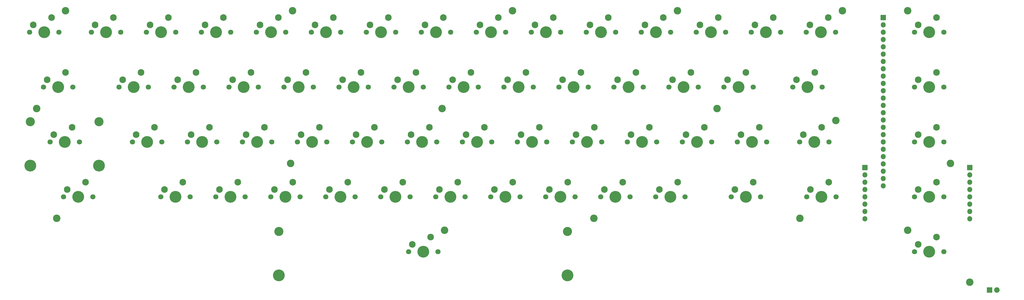
<source format=gbr>
G04 #@! TF.GenerationSoftware,KiCad,Pcbnew,(6.0.1)*
G04 #@! TF.CreationDate,2022-01-27T20:11:12+00:00*
G04 #@! TF.ProjectId,Project Helena,50726f6a-6563-4742-9048-656c656e612e,B*
G04 #@! TF.SameCoordinates,Original*
G04 #@! TF.FileFunction,Soldermask,Bot*
G04 #@! TF.FilePolarity,Negative*
%FSLAX46Y46*%
G04 Gerber Fmt 4.6, Leading zero omitted, Abs format (unit mm)*
G04 Created by KiCad (PCBNEW (6.0.1)) date 2022-01-27 20:11:12*
%MOMM*%
%LPD*%
G01*
G04 APERTURE LIST*
G04 Aperture macros list*
%AMRoundRect*
0 Rectangle with rounded corners*
0 $1 Rounding radius*
0 $2 $3 $4 $5 $6 $7 $8 $9 X,Y pos of 4 corners*
0 Add a 4 corners polygon primitive as box body*
4,1,4,$2,$3,$4,$5,$6,$7,$8,$9,$2,$3,0*
0 Add four circle primitives for the rounded corners*
1,1,$1+$1,$2,$3*
1,1,$1+$1,$4,$5*
1,1,$1+$1,$6,$7*
1,1,$1+$1,$8,$9*
0 Add four rect primitives between the rounded corners*
20,1,$1+$1,$2,$3,$4,$5,0*
20,1,$1+$1,$4,$5,$6,$7,0*
20,1,$1+$1,$6,$7,$8,$9,0*
20,1,$1+$1,$8,$9,$2,$3,0*%
G04 Aperture macros list end*
%ADD10C,2.602000*%
%ADD11C,1.802000*%
%ADD12C,4.102000*%
%ADD13C,2.302000*%
%ADD14C,3.152000*%
%ADD15RoundRect,0.051000X-0.850000X-0.850000X0.850000X-0.850000X0.850000X0.850000X-0.850000X0.850000X0*%
%ADD16O,1.802000X1.802000*%
%ADD17RoundRect,0.051000X-0.900000X-0.900000X0.900000X-0.900000X0.900000X0.900000X-0.900000X0.900000X0*%
%ADD18C,1.902000*%
G04 APERTURE END LIST*
D10*
X363960000Y-171865000D03*
X342460000Y-153865000D03*
X357310000Y-130615000D03*
X342460000Y-77665000D03*
D11*
X307340000Y-85090000D03*
X317500000Y-85090000D03*
D12*
X312420000Y-85090000D03*
D13*
X314960000Y-80010000D03*
X308610000Y-82550000D03*
D14*
X38519000Y-116190000D03*
D11*
X55499000Y-123190000D03*
D12*
X38519000Y-131430000D03*
X50419000Y-123190000D03*
D11*
X45339000Y-123190000D03*
D14*
X62319000Y-116190000D03*
D12*
X62319000Y-131430000D03*
D13*
X52959000Y-118110000D03*
X46609000Y-120650000D03*
D11*
X184150000Y-85090000D03*
X173990000Y-85090000D03*
D12*
X179070000Y-85090000D03*
D13*
X181610000Y-80010000D03*
X175260000Y-82550000D03*
D12*
X160020000Y-85090000D03*
D11*
X165100000Y-85090000D03*
X154940000Y-85090000D03*
D13*
X162560000Y-80010000D03*
X156210000Y-82550000D03*
D11*
X183515000Y-104140000D03*
X193675000Y-104140000D03*
D12*
X188595000Y-104140000D03*
D13*
X191135000Y-99060000D03*
X184785000Y-101600000D03*
D11*
X174625000Y-104140000D03*
X164465000Y-104140000D03*
D12*
X169545000Y-104140000D03*
D13*
X172085000Y-99060000D03*
X165735000Y-101600000D03*
D11*
X178943000Y-142240000D03*
X189103000Y-142240000D03*
D12*
X184023000Y-142240000D03*
D13*
X186563000Y-137160000D03*
X180213000Y-139700000D03*
D11*
X188214000Y-123190000D03*
D12*
X193294000Y-123190000D03*
D11*
X198374000Y-123190000D03*
D13*
X195834000Y-118110000D03*
X189484000Y-120650000D03*
D11*
X179324000Y-123190000D03*
X169164000Y-123190000D03*
D12*
X174244000Y-123190000D03*
D13*
X176784000Y-118110000D03*
X170434000Y-120650000D03*
D12*
X124625000Y-169530000D03*
X174625000Y-161290000D03*
D14*
X124625000Y-154290000D03*
X224625000Y-154290000D03*
D11*
X169545000Y-161290000D03*
X179705000Y-161290000D03*
D12*
X224625000Y-169530000D03*
D13*
X177165000Y-156210000D03*
X170815000Y-158750000D03*
D11*
X344805000Y-161290000D03*
X354965000Y-161290000D03*
D12*
X349885000Y-161290000D03*
D13*
X352425000Y-156210000D03*
X346075000Y-158750000D03*
D11*
X193040000Y-85090000D03*
D12*
X198120000Y-85090000D03*
D11*
X203200000Y-85090000D03*
D13*
X200660000Y-80010000D03*
X194310000Y-82550000D03*
D12*
X140970000Y-85090000D03*
D11*
X135890000Y-85090000D03*
X146050000Y-85090000D03*
D13*
X143510000Y-80010000D03*
X137160000Y-82550000D03*
D11*
X212725000Y-104140000D03*
X202565000Y-104140000D03*
D12*
X207645000Y-104140000D03*
D13*
X210185000Y-99060000D03*
X203835000Y-101600000D03*
D12*
X150495000Y-104140000D03*
D11*
X145415000Y-104140000D03*
X155575000Y-104140000D03*
D13*
X153035000Y-99060000D03*
X146685000Y-101600000D03*
D11*
X217424000Y-123190000D03*
X207264000Y-123190000D03*
D12*
X212344000Y-123190000D03*
D13*
X214884000Y-118110000D03*
X208534000Y-120650000D03*
D11*
X160274000Y-123190000D03*
D12*
X155194000Y-123190000D03*
D11*
X150114000Y-123190000D03*
D13*
X157734000Y-118110000D03*
X151384000Y-120650000D03*
D11*
X197993000Y-142240000D03*
X208153000Y-142240000D03*
D12*
X203073000Y-142240000D03*
D13*
X205613000Y-137160000D03*
X199263000Y-139700000D03*
D11*
X159893000Y-142240000D03*
D12*
X164973000Y-142240000D03*
D11*
X170053000Y-142240000D03*
D13*
X167513000Y-137160000D03*
X161163000Y-139700000D03*
D11*
X344805000Y-142240000D03*
D12*
X349885000Y-142240000D03*
D11*
X354965000Y-142240000D03*
D13*
X352425000Y-137160000D03*
X346075000Y-139700000D03*
D11*
X222250000Y-85090000D03*
X212090000Y-85090000D03*
D12*
X217170000Y-85090000D03*
D13*
X219710000Y-80010000D03*
X213360000Y-82550000D03*
D11*
X127000000Y-85090000D03*
D12*
X121920000Y-85090000D03*
D11*
X116840000Y-85090000D03*
D13*
X124460000Y-80010000D03*
X118110000Y-82550000D03*
D11*
X231775000Y-104140000D03*
X221615000Y-104140000D03*
D12*
X226695000Y-104140000D03*
D13*
X229235000Y-99060000D03*
X222885000Y-101600000D03*
D11*
X126365000Y-104140000D03*
D12*
X131445000Y-104140000D03*
D11*
X136525000Y-104140000D03*
D13*
X133985000Y-99060000D03*
X127635000Y-101600000D03*
D12*
X231394000Y-123190000D03*
D11*
X236474000Y-123190000D03*
X226314000Y-123190000D03*
D13*
X233934000Y-118110000D03*
X227584000Y-120650000D03*
D11*
X141224000Y-123190000D03*
X131064000Y-123190000D03*
D12*
X136144000Y-123190000D03*
D13*
X138684000Y-118110000D03*
X132334000Y-120650000D03*
D11*
X227203000Y-142240000D03*
D12*
X222123000Y-142240000D03*
D11*
X217043000Y-142240000D03*
D13*
X224663000Y-137160000D03*
X218313000Y-139700000D03*
D11*
X151003000Y-142240000D03*
D12*
X145923000Y-142240000D03*
D11*
X140843000Y-142240000D03*
D13*
X148463000Y-137160000D03*
X142113000Y-139700000D03*
D11*
X354965000Y-123190000D03*
X344805000Y-123190000D03*
D12*
X349885000Y-123190000D03*
D13*
X352425000Y-118110000D03*
X346075000Y-120650000D03*
D12*
X236220000Y-85090000D03*
D11*
X231140000Y-85090000D03*
X241300000Y-85090000D03*
D13*
X238760000Y-80010000D03*
X232410000Y-82550000D03*
D11*
X97790000Y-85090000D03*
D12*
X102870000Y-85090000D03*
D11*
X107950000Y-85090000D03*
D13*
X105410000Y-80010000D03*
X99060000Y-82550000D03*
D12*
X245745000Y-104140000D03*
D11*
X250825000Y-104140000D03*
X240665000Y-104140000D03*
D13*
X248285000Y-99060000D03*
X241935000Y-101600000D03*
D11*
X117475000Y-104140000D03*
X107315000Y-104140000D03*
D12*
X112395000Y-104140000D03*
D13*
X114935000Y-99060000D03*
X108585000Y-101600000D03*
D12*
X250444000Y-123190000D03*
D11*
X255524000Y-123190000D03*
X245364000Y-123190000D03*
D13*
X252984000Y-118110000D03*
X246634000Y-120650000D03*
D11*
X122174000Y-123190000D03*
X112014000Y-123190000D03*
D12*
X117094000Y-123190000D03*
D13*
X119634000Y-118110000D03*
X113284000Y-120650000D03*
D11*
X246253000Y-142240000D03*
D12*
X241173000Y-142240000D03*
D11*
X236093000Y-142240000D03*
D13*
X243713000Y-137160000D03*
X237363000Y-139700000D03*
D12*
X126873000Y-142240000D03*
D11*
X131953000Y-142240000D03*
X121793000Y-142240000D03*
D13*
X129413000Y-137160000D03*
X123063000Y-139700000D03*
D11*
X354965000Y-104140000D03*
X344805000Y-104140000D03*
D12*
X349885000Y-104140000D03*
D13*
X352425000Y-99060000D03*
X346075000Y-101600000D03*
D12*
X255270000Y-85090000D03*
D11*
X260350000Y-85090000D03*
X250190000Y-85090000D03*
D13*
X257810000Y-80010000D03*
X251460000Y-82550000D03*
D12*
X83820000Y-85090000D03*
D11*
X88900000Y-85090000D03*
X78740000Y-85090000D03*
D13*
X86360000Y-80010000D03*
X80010000Y-82550000D03*
D11*
X269875000Y-104140000D03*
D12*
X264795000Y-104140000D03*
D11*
X259715000Y-104140000D03*
D13*
X267335000Y-99060000D03*
X260985000Y-101600000D03*
D11*
X98425000Y-104140000D03*
D12*
X93345000Y-104140000D03*
D11*
X88265000Y-104140000D03*
D13*
X95885000Y-99060000D03*
X89535000Y-101600000D03*
D12*
X269494000Y-123190000D03*
D11*
X264414000Y-123190000D03*
X274574000Y-123190000D03*
D13*
X272034000Y-118110000D03*
X265684000Y-120650000D03*
D11*
X103124000Y-123190000D03*
D12*
X98044000Y-123190000D03*
D11*
X92964000Y-123190000D03*
D13*
X100584000Y-118110000D03*
X94234000Y-120650000D03*
D12*
X260223000Y-142240000D03*
D11*
X265303000Y-142240000D03*
X255143000Y-142240000D03*
D13*
X262763000Y-137160000D03*
X256413000Y-139700000D03*
D11*
X102743000Y-142240000D03*
X112903000Y-142240000D03*
D12*
X107823000Y-142240000D03*
D13*
X110363000Y-137160000D03*
X104013000Y-139700000D03*
D11*
X279400000Y-85090000D03*
X269240000Y-85090000D03*
D12*
X274320000Y-85090000D03*
D13*
X276860000Y-80010000D03*
X270510000Y-82550000D03*
D11*
X59690000Y-85090000D03*
D12*
X64770000Y-85090000D03*
D11*
X69850000Y-85090000D03*
D13*
X67310000Y-80010000D03*
X60960000Y-82550000D03*
D11*
X278765000Y-104140000D03*
X288925000Y-104140000D03*
D12*
X283845000Y-104140000D03*
D13*
X286385000Y-99060000D03*
X280035000Y-101600000D03*
D12*
X74295000Y-104140000D03*
D11*
X69215000Y-104140000D03*
X79375000Y-104140000D03*
D13*
X76835000Y-99060000D03*
X70485000Y-101600000D03*
D12*
X288544000Y-123190000D03*
D11*
X293624000Y-123190000D03*
X283464000Y-123190000D03*
D13*
X291084000Y-118110000D03*
X284734000Y-120650000D03*
D12*
X78994000Y-123190000D03*
D11*
X73914000Y-123190000D03*
X84074000Y-123190000D03*
D13*
X81534000Y-118110000D03*
X75184000Y-120650000D03*
D11*
X317627000Y-142240000D03*
X307467000Y-142240000D03*
D12*
X312547000Y-142240000D03*
D13*
X315087000Y-137160000D03*
X308737000Y-139700000D03*
D11*
X83693000Y-142240000D03*
X93853000Y-142240000D03*
D12*
X88773000Y-142240000D03*
D13*
X91313000Y-137160000D03*
X84963000Y-139700000D03*
D11*
X298450000Y-85090000D03*
D12*
X293370000Y-85090000D03*
D11*
X288290000Y-85090000D03*
D13*
X295910000Y-80010000D03*
X289560000Y-82550000D03*
D11*
X38227000Y-85090000D03*
X48387000Y-85090000D03*
D12*
X43307000Y-85090000D03*
D13*
X45847000Y-80010000D03*
X39497000Y-82550000D03*
D12*
X307721000Y-104140000D03*
D11*
X302641000Y-104140000D03*
X312801000Y-104140000D03*
D13*
X310261000Y-99060000D03*
X303911000Y-101600000D03*
D12*
X48133000Y-104140000D03*
D11*
X53213000Y-104140000D03*
X43053000Y-104140000D03*
D13*
X50673000Y-99060000D03*
X44323000Y-101600000D03*
D12*
X310134000Y-123190000D03*
D11*
X315214000Y-123190000D03*
X305054000Y-123190000D03*
D13*
X312674000Y-118110000D03*
X306324000Y-120650000D03*
D11*
X291465000Y-142240000D03*
D12*
X286385000Y-142240000D03*
D11*
X281305000Y-142240000D03*
D13*
X288925000Y-137160000D03*
X282575000Y-139700000D03*
D11*
X50038000Y-142240000D03*
D12*
X55118000Y-142240000D03*
D11*
X60198000Y-142240000D03*
D13*
X57658000Y-137160000D03*
X51308000Y-139700000D03*
D15*
X327660000Y-132080000D03*
D16*
X327660000Y-134620000D03*
X327660000Y-137160000D03*
X327660000Y-139700000D03*
X327660000Y-142240000D03*
X327660000Y-144780000D03*
X327660000Y-147320000D03*
X327660000Y-149860000D03*
X364000000Y-149860000D03*
X364000000Y-147320000D03*
X364000000Y-144780000D03*
X364000000Y-142240000D03*
X364000000Y-139700000D03*
X364000000Y-137160000D03*
X364000000Y-134620000D03*
D15*
X364000000Y-132080000D03*
D11*
X344805000Y-85090000D03*
D12*
X349885000Y-85090000D03*
D11*
X354965000Y-85090000D03*
D13*
X352425000Y-80010000D03*
X346075000Y-82550000D03*
D17*
X370840000Y-174625000D03*
D18*
X373380000Y-174625000D03*
D15*
X334000000Y-80000000D03*
D16*
X334000000Y-82540000D03*
X334000000Y-85080000D03*
X334000000Y-87620000D03*
X334000000Y-90160000D03*
X334000000Y-92700000D03*
X334000000Y-95240000D03*
X334000000Y-97780000D03*
X334000000Y-100320000D03*
X334000000Y-102860000D03*
X334000000Y-105400000D03*
X334000000Y-107940000D03*
X334000000Y-110480000D03*
X334000000Y-113020000D03*
X334000000Y-115560000D03*
X334000000Y-118100000D03*
X334000000Y-120640000D03*
X334000000Y-123180000D03*
X334000000Y-125720000D03*
X334000000Y-128260000D03*
X334000000Y-130800000D03*
X334000000Y-133340000D03*
X334000000Y-135880000D03*
X334000000Y-138420000D03*
D10*
X182050000Y-153865000D03*
X128719000Y-130615000D03*
X47693000Y-149665000D03*
X317559000Y-115765000D03*
X305122000Y-149665000D03*
X181170000Y-111565000D03*
X50732000Y-77665000D03*
X233748000Y-149665000D03*
X319845000Y-77665000D03*
X205545000Y-77665000D03*
X276420000Y-111565000D03*
X129345000Y-77665000D03*
X262695000Y-77665000D03*
X40708000Y-111565000D03*
M02*

</source>
